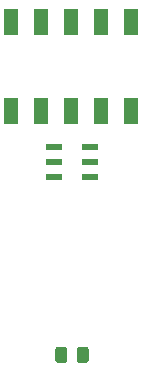
<source format=gtp>
G04 #@! TF.GenerationSoftware,KiCad,Pcbnew,5.1.9+dfsg1-1~bpo10+1*
G04 #@! TF.CreationDate,2021-05-23T17:23:10+00:00*
G04 #@! TF.ProjectId,feederFloor,66656564-6572-4466-9c6f-6f722e6b6963,rev?*
G04 #@! TF.SameCoordinates,Original*
G04 #@! TF.FileFunction,Paste,Top*
G04 #@! TF.FilePolarity,Positive*
%FSLAX46Y46*%
G04 Gerber Fmt 4.6, Leading zero omitted, Abs format (unit mm)*
G04 Created by KiCad (PCBNEW 5.1.9+dfsg1-1~bpo10+1) date 2021-05-23 17:23:10*
%MOMM*%
%LPD*%
G01*
G04 APERTURE LIST*
%ADD10R,1.270000X2.250000*%
%ADD11R,1.330000X0.530000*%
G04 APERTURE END LIST*
G36*
G01*
X193255000Y-49289999D02*
X193255000Y-50190001D01*
G75*
G02*
X193005001Y-50440000I-249999J0D01*
G01*
X192479999Y-50440000D01*
G75*
G02*
X192230000Y-50190001I0J249999D01*
G01*
X192230000Y-49289999D01*
G75*
G02*
X192479999Y-49040000I249999J0D01*
G01*
X193005001Y-49040000D01*
G75*
G02*
X193255000Y-49289999I0J-249999D01*
G01*
G37*
G36*
G01*
X191430000Y-49289999D02*
X191430000Y-50190001D01*
G75*
G02*
X191180001Y-50440000I-249999J0D01*
G01*
X190654999Y-50440000D01*
G75*
G02*
X190405000Y-50190001I0J249999D01*
G01*
X190405000Y-49289999D01*
G75*
G02*
X190654999Y-49040000I249999J0D01*
G01*
X191180001Y-49040000D01*
G75*
G02*
X191430000Y-49289999I0J-249999D01*
G01*
G37*
D10*
X186650000Y-29100000D03*
X189190000Y-29100000D03*
X191730000Y-29100000D03*
X194270000Y-29100000D03*
X196810000Y-29100000D03*
X196810000Y-21550000D03*
X194270000Y-21550000D03*
X191730000Y-21550000D03*
X189190000Y-21543500D03*
X186650000Y-21543500D03*
D11*
X193315000Y-32130000D03*
X193315000Y-33400000D03*
X193315000Y-34670000D03*
X190265000Y-34670000D03*
X190265000Y-33400000D03*
X190265000Y-32130000D03*
M02*

</source>
